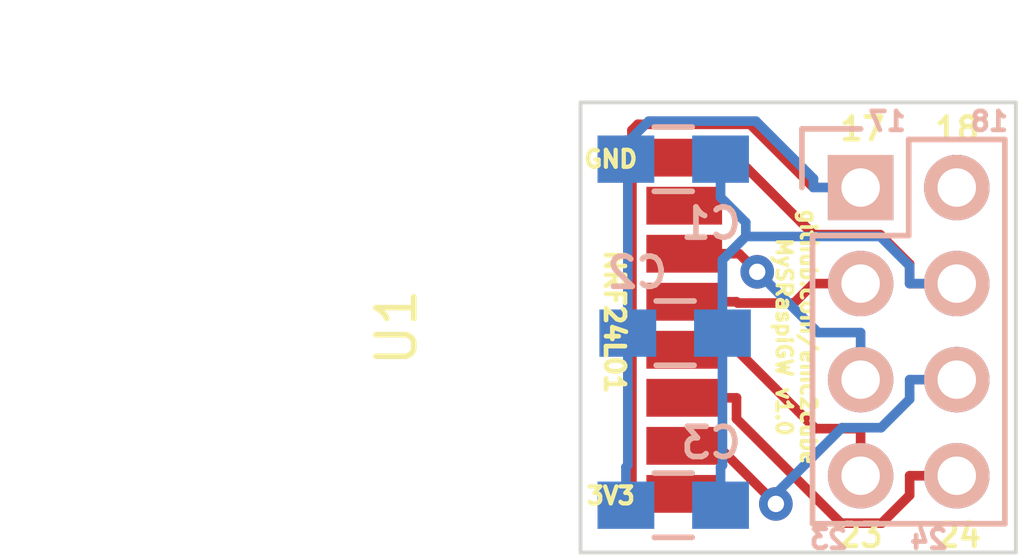
<source format=kicad_pcb>
(kicad_pcb (version 4) (host pcbnew 4.0.2-stable)

  (general
    (links 13)
    (no_connects 0)
    (area 53.949999 34.049999 65.550001 46.050001)
    (thickness 1.6002)
    (drawings 16)
    (tracks 67)
    (zones 0)
    (modules 5)
    (nets 10)
  )

  (page A4)
  (layers
    (0 Top signal)
    (31 Bottom signal)
    (32 B.Adhes user)
    (33 F.Adhes user)
    (34 B.Paste user)
    (35 F.Paste user)
    (36 B.SilkS user)
    (37 F.SilkS user)
    (38 B.Mask user)
    (39 F.Mask user)
    (40 Dwgs.User user)
    (41 Cmts.User user)
    (42 Eco1.User user)
    (43 Eco2.User user)
    (44 Edge.Cuts user)
    (45 Margin user)
    (46 B.CrtYd user)
    (47 F.CrtYd user)
    (48 B.Fab user)
    (49 F.Fab user)
  )

  (setup
    (last_trace_width 0.254)
    (trace_clearance 0.254)
    (zone_clearance 0.508)
    (zone_45_only no)
    (trace_min 0.1524)
    (segment_width 0.2)
    (edge_width 0.1)
    (via_size 0.889)
    (via_drill 0.4318)
    (via_min_size 0.6858)
    (via_min_drill 0.3302)
    (uvia_size 0.762)
    (uvia_drill 0.508)
    (uvias_allowed no)
    (uvia_min_size 0)
    (uvia_min_drill 0)
    (pcb_text_width 0.3)
    (pcb_text_size 1.5 1.5)
    (mod_edge_width 0.15)
    (mod_text_size 1 1)
    (mod_text_width 0.15)
    (pad_size 1 2)
    (pad_drill 0)
    (pad_to_mask_clearance 0)
    (aux_axis_origin 0 0)
    (visible_elements FFFFFFFF)
    (pcbplotparams
      (layerselection 0x010f0_80000001)
      (usegerberextensions true)
      (excludeedgelayer true)
      (linewidth 0.100000)
      (plotframeref false)
      (viasonmask false)
      (mode 1)
      (useauxorigin false)
      (hpglpennumber 1)
      (hpglpenspeed 20)
      (hpglpendiameter 15)
      (hpglpenoverlay 2)
      (psnegative false)
      (psa4output false)
      (plotreference true)
      (plotvalue true)
      (plotinvisibletext false)
      (padsonsilk false)
      (subtractmaskfromsilk false)
      (outputformat 1)
      (mirror false)
      (drillshape 0)
      (scaleselection 1)
      (outputdirectory ""))
  )

  (net 0 "")
  (net 1 +3V3)
  (net 2 GND)
  (net 3 MOSI)
  (net 4 MISO)
  (net 5 CE)
  (net 6 SCK)
  (net 7 CSN)
  (net 8 "Net-(U1-Pad8)")
  (net 9 "Net-(P1-Pad2)")

  (net_class Default "Ceci est la Netclass par défaut"
    (clearance 0.254)
    (trace_width 0.254)
    (via_dia 0.889)
    (via_drill 0.4318)
    (uvia_dia 0.762)
    (uvia_drill 0.508)
    (add_net +3V3)
    (add_net CE)
    (add_net CSN)
    (add_net GND)
    (add_net MISO)
    (add_net MOSI)
    (add_net "Net-(P1-Pad2)")
    (add_net "Net-(U1-Pad8)")
    (add_net SCK)
  )

  (net_class VCC ""
    (clearance 0.3048)
    (trace_width 0.508)
    (via_dia 1.143)
    (via_drill 0.635)
    (uvia_dia 0.762)
    (uvia_drill 0.508)
  )

  (module Capacitors_SMD:C_0805_HandSoldering (layer Bottom) (tedit 574AADBC) (tstamp 573AD2DE)
    (at 56.45 35.6)
    (descr "Capacitor SMD 0805, hand soldering")
    (tags "capacitor 0805")
    (path /573AD2DF)
    (attr smd)
    (fp_text reference C1 (at 1 1.7) (layer B.SilkS)
      (effects (font (size 0.8 0.8) (thickness 0.15)) (justify mirror))
    )
    (fp_text value 0.1µF (at 0 -2.1) (layer B.Fab)
      (effects (font (size 1 1) (thickness 0.15)) (justify mirror))
    )
    (fp_line (start -2.3 1) (end 2.3 1) (layer B.CrtYd) (width 0.05))
    (fp_line (start -2.3 -1) (end 2.3 -1) (layer B.CrtYd) (width 0.05))
    (fp_line (start -2.3 1) (end -2.3 -1) (layer B.CrtYd) (width 0.05))
    (fp_line (start 2.3 1) (end 2.3 -1) (layer B.CrtYd) (width 0.05))
    (fp_line (start 0.5 0.85) (end -0.5 0.85) (layer B.SilkS) (width 0.15))
    (fp_line (start -0.5 -0.85) (end 0.5 -0.85) (layer B.SilkS) (width 0.15))
    (pad 1 smd rect (at -1.25 0) (size 1.5 1.25) (layers Bottom B.Paste B.Mask)
      (net 1 +3V3))
    (pad 2 smd rect (at 1.25 0) (size 1.5 1.25) (layers Bottom B.Paste B.Mask)
      (net 2 GND))
    (model Capacitors_SMD.3dshapes/C_0805_HandSoldering.wrl
      (at (xyz 0 0 0))
      (scale (xyz 1 1 1))
      (rotate (xyz 0 0 0))
    )
  )

  (module Capacitors_SMD:C_0805_HandSoldering (layer Bottom) (tedit 574AADD1) (tstamp 573AD2E4)
    (at 56.5 40.2)
    (descr "Capacitor SMD 0805, hand soldering")
    (tags "capacitor 0805")
    (path /5701C54D)
    (attr smd)
    (fp_text reference C2 (at -1 -1.6) (layer B.SilkS)
      (effects (font (size 0.8 0.8) (thickness 0.15)) (justify mirror))
    )
    (fp_text value 4.7µF (at 0 -2.1) (layer B.Fab)
      (effects (font (size 1 1) (thickness 0.15)) (justify mirror))
    )
    (fp_line (start -2.3 1) (end 2.3 1) (layer B.CrtYd) (width 0.05))
    (fp_line (start -2.3 -1) (end 2.3 -1) (layer B.CrtYd) (width 0.05))
    (fp_line (start -2.3 1) (end -2.3 -1) (layer B.CrtYd) (width 0.05))
    (fp_line (start 2.3 1) (end 2.3 -1) (layer B.CrtYd) (width 0.05))
    (fp_line (start 0.5 0.85) (end -0.5 0.85) (layer B.SilkS) (width 0.15))
    (fp_line (start -0.5 -0.85) (end 0.5 -0.85) (layer B.SilkS) (width 0.15))
    (pad 1 smd rect (at -1.25 0) (size 1.5 1.25) (layers Bottom B.Paste B.Mask)
      (net 1 +3V3))
    (pad 2 smd rect (at 1.25 0) (size 1.5 1.25) (layers Bottom B.Paste B.Mask)
      (net 2 GND))
    (model Capacitors_SMD.3dshapes/C_0805_HandSoldering.wrl
      (at (xyz 0 0 0))
      (scale (xyz 1 1 1))
      (rotate (xyz 0 0 0))
    )
  )

  (module Capacitors_SMD:C_0805_HandSoldering (layer Bottom) (tedit 574AADAF) (tstamp 573AD2EA)
    (at 56.45 44.75)
    (descr "Capacitor SMD 0805, hand soldering")
    (tags "capacitor 0805")
    (path /573AD311)
    (attr smd)
    (fp_text reference C3 (at 1 -1.65) (layer B.SilkS)
      (effects (font (size 0.8 0.8) (thickness 0.15)) (justify mirror))
    )
    (fp_text value 47µF (at 0 -2.1) (layer B.Fab)
      (effects (font (size 1 1) (thickness 0.15)) (justify mirror))
    )
    (fp_line (start -2.3 1) (end 2.3 1) (layer B.CrtYd) (width 0.05))
    (fp_line (start -2.3 -1) (end 2.3 -1) (layer B.CrtYd) (width 0.05))
    (fp_line (start -2.3 1) (end -2.3 -1) (layer B.CrtYd) (width 0.05))
    (fp_line (start 2.3 1) (end 2.3 -1) (layer B.CrtYd) (width 0.05))
    (fp_line (start 0.5 0.85) (end -0.5 0.85) (layer B.SilkS) (width 0.15))
    (fp_line (start -0.5 -0.85) (end 0.5 -0.85) (layer B.SilkS) (width 0.15))
    (pad 1 smd rect (at -1.25 0) (size 1.5 1.25) (layers Bottom B.Paste B.Mask)
      (net 1 +3V3))
    (pad 2 smd rect (at 1.25 0) (size 1.5 1.25) (layers Bottom B.Paste B.Mask)
      (net 2 GND))
    (model Capacitors_SMD.3dshapes/C_0805_HandSoldering.wrl
      (at (xyz 0 0 0))
      (scale (xyz 1 1 1))
      (rotate (xyz 0 0 0))
    )
  )

  (module Socket_Strips:Socket_Strip_Straight_2x04 (layer Bottom) (tedit 574CBD7A) (tstamp 574E5455)
    (at 61.4 36.35 270)
    (descr "Through hole socket strip")
    (tags "socket strip")
    (path /573ACFFE)
    (fp_text reference P1 (at 0.05 0 360) (layer B.SilkS) hide
      (effects (font (size 1 1) (thickness 0.15)) (justify mirror))
    )
    (fp_text value CONN_02X04 (at 0 3.1 270) (layer B.Fab)
      (effects (font (size 1 1) (thickness 0.15)) (justify mirror))
    )
    (fp_line (start -1.75 1.75) (end -1.75 -4.3) (layer B.CrtYd) (width 0.05))
    (fp_line (start 9.4 1.75) (end 9.4 -4.3) (layer B.CrtYd) (width 0.05))
    (fp_line (start -1.75 1.75) (end 9.4 1.75) (layer B.CrtYd) (width 0.05))
    (fp_line (start -1.75 -4.3) (end 9.4 -4.3) (layer B.CrtYd) (width 0.05))
    (fp_line (start 1.27 1.27) (end 8.89 1.27) (layer B.SilkS) (width 0.15))
    (fp_line (start 8.89 1.27) (end 8.89 -3.81) (layer B.SilkS) (width 0.15))
    (fp_line (start 8.89 -3.81) (end -1.27 -3.81) (layer B.SilkS) (width 0.15))
    (fp_line (start -1.27 -3.81) (end -1.27 -1.27) (layer B.SilkS) (width 0.15))
    (fp_line (start 0 1.55) (end -1.55 1.55) (layer B.SilkS) (width 0.15))
    (fp_line (start -1.27 -1.27) (end 1.27 -1.27) (layer B.SilkS) (width 0.15))
    (fp_line (start 1.27 -1.27) (end 1.27 1.27) (layer B.SilkS) (width 0.15))
    (fp_line (start -1.55 1.55) (end -1.55 0) (layer B.SilkS) (width 0.15))
    (pad 1 thru_hole rect (at 0 0 270) (size 1.7272 1.7272) (drill 1.016) (layers *.Cu *.Mask B.SilkS)
      (net 1 +3V3))
    (pad 2 thru_hole oval (at 0 -2.54 270) (size 1.7272 1.7272) (drill 1.016) (layers *.Cu *.Mask B.SilkS)
      (net 9 "Net-(P1-Pad2)"))
    (pad 3 thru_hole oval (at 2.54 0 270) (size 1.7272 1.7272) (drill 1.016) (layers *.Cu *.Mask B.SilkS)
      (net 3 MOSI))
    (pad 4 thru_hole oval (at 2.54 -2.54 270) (size 1.7272 1.7272) (drill 1.016) (layers *.Cu *.Mask B.SilkS)
      (net 2 GND))
    (pad 5 thru_hole oval (at 5.08 0 270) (size 1.7272 1.7272) (drill 1.016) (layers *.Cu *.Mask B.SilkS)
      (net 4 MISO))
    (pad 6 thru_hole oval (at 5.08 -2.54 270) (size 1.7272 1.7272) (drill 1.016) (layers *.Cu *.Mask B.SilkS)
      (net 5 CE))
    (pad 7 thru_hole oval (at 7.62 0 270) (size 1.7272 1.7272) (drill 1.016) (layers *.Cu *.Mask B.SilkS)
      (net 6 SCK))
    (pad 8 thru_hole oval (at 7.62 -2.54 270) (size 1.7272 1.7272) (drill 1.016) (layers *.Cu *.Mask B.SilkS)
      (net 7 CSN))
    (model Socket_Strips.3dshapes/Socket_Strip_Straight_2x04.wrl
      (at (xyz 0.15 -0.05 0))
      (scale (xyz 1 1 1))
      (rotate (xyz 0 0 180))
    )
  )

  (module mysensors_radios:NRF24L01_PA_LNA-SMD (layer Top) (tedit 574A9E44) (tstamp 5765B758)
    (at 48.04 40.05 90)
    (path /56F8DB79)
    (fp_text reference U1 (at 0 1.1 90) (layer F.SilkS)
      (effects (font (size 1 1) (thickness 0.15)))
    )
    (fp_text value NRF24L01 (at 0 -4.8 90) (layer F.Fab)
      (effects (font (size 1 1) (thickness 0.15)))
    )
    (fp_line (start -6 -2.8) (end 6 -2.8) (layer F.CrtYd) (width 0.15))
    (fp_line (start -6 8.7) (end -6 -9.3) (layer F.CrtYd) (width 0.15))
    (fp_line (start 6 8.7) (end -6 8.7) (layer F.CrtYd) (width 0.15))
    (fp_line (start 6 -9.3) (end 6 8.7) (layer F.CrtYd) (width 0.15))
    (fp_line (start -6 -9.3) (end 6 -9.3) (layer F.CrtYd) (width 0.15))
    (pad 2 smd rect (at -4.4 8.7 90) (size 1 2) (layers Top F.Paste F.Mask)
      (net 1 +3V3))
    (pad 3 smd rect (at -3.13 8.7 90) (size 1 2) (layers Top F.Paste F.Mask)
      (net 5 CE))
    (pad 4 smd rect (at -1.86 8.7 90) (size 1 2) (layers Top F.Paste F.Mask)
      (net 7 CSN))
    (pad 5 smd rect (at -0.59 8.7 90) (size 1 2) (layers Top F.Paste F.Mask)
      (net 6 SCK))
    (pad 6 smd rect (at 0.68 8.7 90) (size 1 2) (layers Top F.Paste F.Mask)
      (net 3 MOSI))
    (pad 7 smd rect (at 1.95 8.7 90) (size 1 2) (layers Top F.Paste F.Mask)
      (net 4 MISO))
    (pad 8 smd rect (at 3.22 8.7 90) (size 1 2) (layers Top F.Paste F.Mask)
      (net 8 "Net-(U1-Pad8)"))
    (pad 1 smd rect (at 4.49 8.7 90) (size 1 2) (layers Top F.Paste F.Mask)
      (net 2 GND))
    (model ${MYSLOCAL}/mysensors.3dshapes/mysensors_radios.3dshapes/nrf24smd.wrl
      (at (xyz -5.7625 2.9 0.03))
      (scale (xyz 0.395 0.395 0.395))
      (rotate (xyz 0 0 0))
    )
    (model Housings_DFN_QFN.3dshapes/QFN-20-1EP_5x5mm_Pitch0.65mm.wrl
      (at (xyz 0.0165 -0.109 0.062))
      (scale (xyz 1 1 1))
      (rotate (xyz 0 0 0))
    )
  )

  (gr_text 3V3 (at 54.8 44.5) (layer F.SilkS)
    (effects (font (size 0.45 0.45) (thickness 0.1125)))
  )
  (gr_text GND (at 54.8 35.6) (layer F.SilkS)
    (effects (font (size 0.45 0.45) (thickness 0.1125)))
  )
  (gr_text NRF24L01 (at 54.9 39.9 270) (layer F.SilkS)
    (effects (font (size 0.5 0.5) (thickness 0.125)))
  )
  (gr_text "github.com/emc2cube\nMySRaspiGW v1.0" (at 59.7 40.3 270) (layer F.SilkS)
    (effects (font (size 0.4 0.4) (thickness 0.1)))
  )
  (gr_text 23 (at 60.55 45.65) (layer B.SilkS)
    (effects (font (size 0.5 0.5) (thickness 0.125)) (justify mirror))
  )
  (gr_text 24 (at 63.2 45.65) (layer B.SilkS)
    (effects (font (size 0.5 0.5) (thickness 0.125)) (justify mirror))
  )
  (gr_text 18 (at 63.95 34.8) (layer F.SilkS)
    (effects (font (size 0.6 0.6) (thickness 0.125)))
  )
  (gr_text 17 (at 61.45 34.8) (layer F.SilkS)
    (effects (font (size 0.6 0.6) (thickness 0.125)))
  )
  (gr_text 23 (at 61.4 45.55) (layer F.SilkS)
    (effects (font (size 0.6 0.6) (thickness 0.125)))
  )
  (gr_text 24 (at 64 45.55) (layer F.SilkS)
    (effects (font (size 0.6 0.6) (thickness 0.125)))
  )
  (gr_text 18 (at 64.8 34.6) (layer B.SilkS)
    (effects (font (size 0.5 0.5) (thickness 0.125)) (justify mirror))
  )
  (gr_text 17 (at 62.1 34.6) (layer B.SilkS)
    (effects (font (size 0.5 0.5) (thickness 0.125)) (justify mirror))
  )
  (gr_line (start 54 46) (end 65.5 46) (angle 90) (layer Edge.Cuts) (width 0.1))
  (gr_line (start 54 34.1) (end 54 46) (angle 90) (layer Edge.Cuts) (width 0.1))
  (gr_line (start 65.5 34.1) (end 54 34.1) (angle 90) (layer Edge.Cuts) (width 0.1))
  (gr_line (start 65.5 46) (end 65.5 34.1) (angle 90) (layer Edge.Cuts) (width 0.1))

  (segment (start 58.4837 34.6786) (end 60.1551 36.35) (width 0.254) (layer Top) (net 1))
  (segment (start 55.5154 34.6786) (end 58.4837 34.6786) (width 0.254) (layer Top) (net 1))
  (segment (start 55.3587 34.8353) (end 55.5154 34.6786) (width 0.254) (layer Top) (net 1))
  (segment (start 55.3587 44.45) (end 55.3587 34.8353) (width 0.254) (layer Top) (net 1))
  (segment (start 56.74 44.45) (end 55.3587 44.45) (width 0.254) (layer Top) (net 1))
  (segment (start 61.4 36.35) (end 60.1551 36.35) (width 0.254) (layer Top) (net 1))
  (segment (start 55.2 35.6) (end 55.2 35.0968) (width 0.254) (layer Bottom) (net 1))
  (segment (start 55.25 43.6937) (end 55.25 40.2) (width 0.254) (layer Bottom) (net 1))
  (segment (start 55.2 43.7437) (end 55.25 43.6937) (width 0.254) (layer Bottom) (net 1))
  (segment (start 55.2 44.75) (end 55.2 43.7437) (width 0.254) (layer Bottom) (net 1))
  (segment (start 55.8032 34.5936) (end 55.25 35.1468) (width 0.254) (layer Bottom) (net 1))
  (segment (start 58.6321 34.5936) (end 55.8032 34.5936) (width 0.254) (layer Bottom) (net 1))
  (segment (start 60.1551 36.1166) (end 58.6321 34.5936) (width 0.254) (layer Bottom) (net 1))
  (segment (start 60.1551 36.35) (end 60.1551 36.1166) (width 0.254) (layer Bottom) (net 1))
  (segment (start 55.2 35.0968) (end 55.25 35.1468) (width 0.254) (layer Bottom) (net 1))
  (segment (start 55.25 35.1468) (end 55.25 40.2) (width 0.254) (layer Bottom) (net 1))
  (segment (start 61.4 36.35) (end 60.1551 36.35) (width 0.254) (layer Bottom) (net 1))
  (segment (start 56.74 35.56) (end 58.1213 35.56) (width 0.254) (layer Top) (net 2))
  (segment (start 63.94 38.89) (end 62.6951 38.89) (width 0.254) (layer Top) (net 2))
  (segment (start 57.7 44.75) (end 57.7 43.7437) (width 0.254) (layer Bottom) (net 2))
  (segment (start 60.1563 37.595) (end 58.1213 35.56) (width 0.254) (layer Top) (net 2))
  (segment (start 61.9159 37.595) (end 60.1563 37.595) (width 0.254) (layer Top) (net 2))
  (segment (start 62.6951 38.3742) (end 61.9159 37.595) (width 0.254) (layer Top) (net 2))
  (segment (start 62.6951 38.89) (end 62.6951 38.3742) (width 0.254) (layer Top) (net 2))
  (segment (start 63.94 38.89) (end 62.6951 38.89) (width 0.254) (layer Bottom) (net 2))
  (segment (start 57.7 35.6) (end 57.7 36.6063) (width 0.254) (layer Bottom) (net 2))
  (segment (start 57.75 43.6937) (end 57.75 40.2) (width 0.254) (layer Bottom) (net 2))
  (segment (start 57.7 43.7437) (end 57.75 43.6937) (width 0.254) (layer Bottom) (net 2))
  (segment (start 58.3669 37.2732) (end 57.7 36.6063) (width 0.254) (layer Bottom) (net 2))
  (segment (start 58.3669 37.6451) (end 58.3669 37.2732) (width 0.254) (layer Bottom) (net 2))
  (segment (start 57.75 38.262) (end 58.3669 37.6451) (width 0.254) (layer Bottom) (net 2))
  (segment (start 57.75 40.2) (end 57.75 38.262) (width 0.254) (layer Bottom) (net 2))
  (segment (start 62.6951 38.4231) (end 62.6951 38.89) (width 0.254) (layer Bottom) (net 2))
  (segment (start 61.9171 37.6451) (end 62.6951 38.4231) (width 0.254) (layer Bottom) (net 2))
  (segment (start 58.3669 37.6451) (end 61.9171 37.6451) (width 0.254) (layer Bottom) (net 2))
  (segment (start 61.4 38.89) (end 60.1551 38.89) (width 0.254) (layer Top) (net 3))
  (segment (start 59.6403 39.4048) (end 60.1551 38.89) (width 0.254) (layer Top) (net 3))
  (segment (start 58.1561 39.4048) (end 59.6403 39.4048) (width 0.254) (layer Top) (net 3))
  (segment (start 58.1213 39.37) (end 58.1561 39.4048) (width 0.254) (layer Top) (net 3))
  (segment (start 56.74 39.37) (end 58.1213 39.37) (width 0.254) (layer Top) (net 3))
  (via (at 58.669 38.579) (size 0.889) (layers Top Bottom) (net 4))
  (segment (start 58.19 38.1) (end 58.669 38.579) (width 0.254) (layer Top) (net 4))
  (segment (start 56.74 38.1) (end 58.19 38.1) (width 0.254) (layer Top) (net 4))
  (segment (start 60.2751 40.1851) (end 61.4 40.1851) (width 0.254) (layer Bottom) (net 4))
  (segment (start 58.669 38.579) (end 60.2751 40.1851) (width 0.254) (layer Bottom) (net 4))
  (segment (start 61.4 41.43) (end 61.4 40.1851) (width 0.254) (layer Bottom) (net 4))
  (via (at 59.1612 44.7158) (size 0.889) (layers Top Bottom) (net 5))
  (segment (start 63.94 41.43) (end 62.6951 41.43) (width 0.254) (layer Bottom) (net 5))
  (segment (start 59.1613 44.7158) (end 59.1612 44.7158) (width 0.254) (layer Bottom) (net 5))
  (segment (start 59.1613 44.4471) (end 59.1613 44.7158) (width 0.254) (layer Bottom) (net 5))
  (segment (start 60.9084 42.7) (end 59.1613 44.4471) (width 0.254) (layer Bottom) (net 5))
  (segment (start 61.9409 42.7) (end 60.9084 42.7) (width 0.254) (layer Bottom) (net 5))
  (segment (start 62.6951 41.9458) (end 61.9409 42.7) (width 0.254) (layer Bottom) (net 5))
  (segment (start 62.6951 41.43) (end 62.6951 41.9458) (width 0.254) (layer Bottom) (net 5))
  (segment (start 57.6254 43.18) (end 59.1612 44.7158) (width 0.254) (layer Top) (net 5))
  (segment (start 56.74 43.18) (end 57.6254 43.18) (width 0.254) (layer Top) (net 5))
  (segment (start 60.2064 42.7251) (end 61.4 42.7251) (width 0.254) (layer Top) (net 6))
  (segment (start 58.1213 40.64) (end 60.2064 42.7251) (width 0.254) (layer Top) (net 6))
  (segment (start 56.74 40.64) (end 58.1213 40.64) (width 0.254) (layer Top) (net 6))
  (segment (start 61.4 43.97) (end 61.4 42.7251) (width 0.254) (layer Top) (net 6))
  (segment (start 62.6951 44.4858) (end 62.6951 43.97) (width 0.254) (layer Top) (net 7))
  (segment (start 61.9571 45.2238) (end 62.6951 44.4858) (width 0.254) (layer Top) (net 7))
  (segment (start 60.8796 45.2238) (end 61.9571 45.2238) (width 0.254) (layer Top) (net 7))
  (segment (start 58.1213 42.4655) (end 60.8796 45.2238) (width 0.254) (layer Top) (net 7))
  (segment (start 58.1213 41.91) (end 58.1213 42.4655) (width 0.254) (layer Top) (net 7))
  (segment (start 56.74 41.91) (end 58.1213 41.91) (width 0.254) (layer Top) (net 7))
  (segment (start 63.94 43.97) (end 62.6951 43.97) (width 0.254) (layer Top) (net 7))

)

</source>
